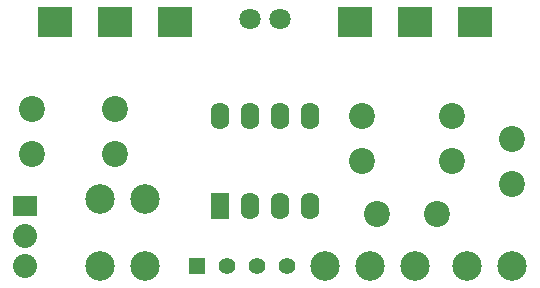
<source format=gbs>
G04 (created by PCBNEW (2013-07-07 BZR 4022)-stable) date 24/05/2018 08:43:11*
%MOIN*%
G04 Gerber Fmt 3.4, Leading zero omitted, Abs format*
%FSLAX34Y34*%
G01*
G70*
G90*
G04 APERTURE LIST*
%ADD10C,0.00590551*%
%ADD11C,0.0866142*%
%ADD12R,0.11811X0.0984252*%
%ADD13R,0.062X0.09*%
%ADD14O,0.062X0.09*%
%ADD15C,0.0984252*%
%ADD16R,0.08X0.07*%
%ADD17C,0.08*%
%ADD18R,0.055X0.055*%
%ADD19C,0.055*%
%ADD20C,0.0708661*%
G04 APERTURE END LIST*
G54D10*
G54D11*
X76750Y-58500D03*
X76750Y-60000D03*
G54D12*
X74750Y-55598D03*
X76750Y-55598D03*
X78750Y-55598D03*
X84750Y-55598D03*
X86750Y-55598D03*
X88750Y-55598D03*
G54D11*
X74000Y-58500D03*
X74000Y-60000D03*
X85000Y-58750D03*
X88000Y-58750D03*
G54D13*
X80250Y-61750D03*
G54D14*
X81250Y-61750D03*
X82250Y-61750D03*
X83250Y-61750D03*
X83250Y-58750D03*
X82250Y-58750D03*
X81250Y-58750D03*
X80250Y-58750D03*
G54D15*
X76250Y-63750D03*
X77750Y-63750D03*
X90000Y-63750D03*
X86750Y-63750D03*
X88500Y-63750D03*
X77750Y-61500D03*
X76250Y-61500D03*
X85250Y-63750D03*
X83750Y-63750D03*
G54D16*
X73750Y-61750D03*
G54D17*
X73750Y-63750D03*
X73750Y-62750D03*
G54D11*
X90000Y-59500D03*
X90000Y-61000D03*
G54D18*
X79500Y-63750D03*
G54D19*
X80500Y-63750D03*
X81500Y-63750D03*
X82500Y-63750D03*
G54D11*
X85000Y-60250D03*
X88000Y-60250D03*
X87500Y-62000D03*
X85500Y-62000D03*
G54D20*
X81250Y-55500D03*
X82250Y-55500D03*
M02*

</source>
